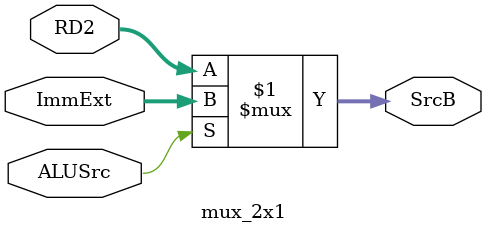
<source format=v>

/*
   Created by : Mohamed Hazem Mamdouh
   12-08-2023
   7:30 PM
 */
//***************  MUX 2X1  ***************//
module mux_2x1 #(parameter width = 32)
          (
            input  wire [width-1 : 0] RD2 ,
	          input  wire [width-1 : 0] ImmExt ,
	          input  wire ALUSrc ,
	          output wire [width-1 : 0] SrcB 
    );
  
  assign SrcB = ALUSrc ? ImmExt : RD2 ;

endmodule

</source>
